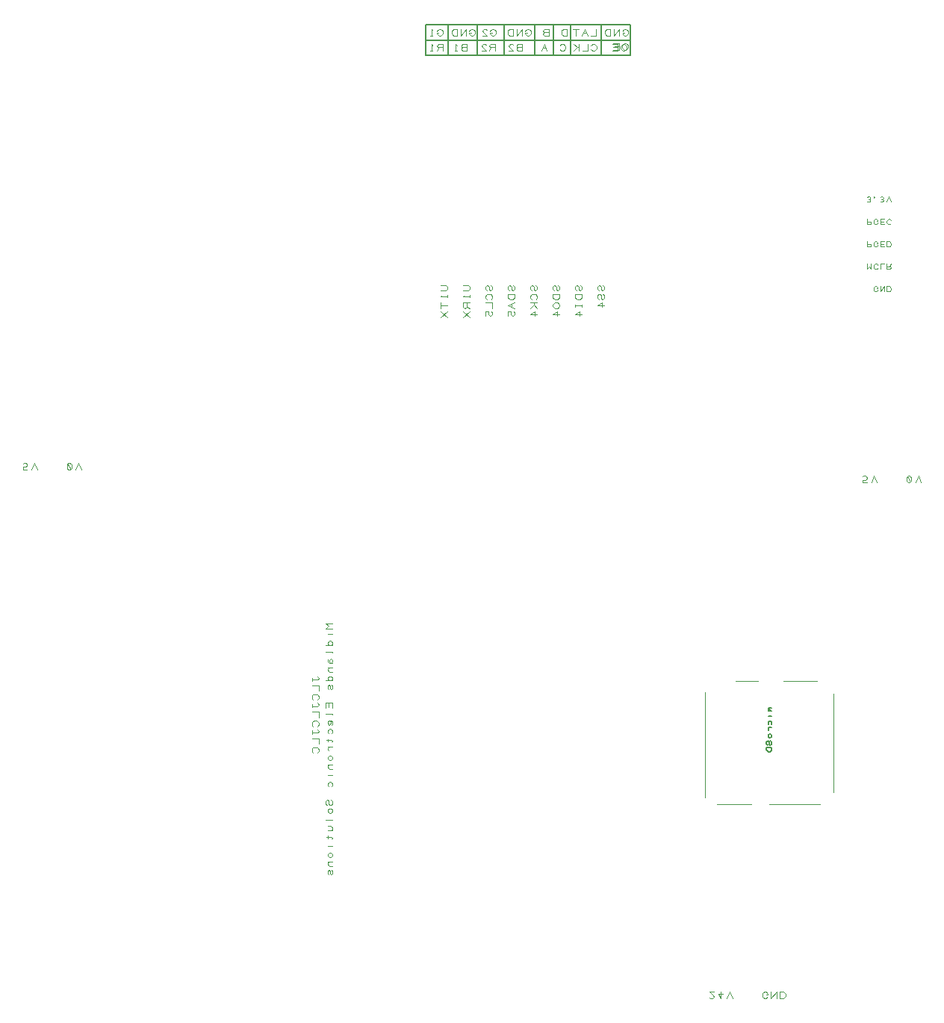
<source format=gbo>
G04 DesignSpark PCB Gerber Version 12.0 Build 5942*
%FSLAX35Y35*%
%MOMM*%
%ADD174C,0.07620*%
%ADD12C,0.10000*%
%ADD11C,0.12700*%
X0Y0D02*
D02*
D11*
X44723550Y50550860D02*
X44983550D01*
Y50380860D01*
X44723550D01*
Y50550860D01*
Y50720860D02*
X44983550D01*
Y50550860D01*
X44723550D01*
Y50720860D01*
X44983550Y50550860D02*
X45313550D01*
Y50380860D01*
X44983550D01*
Y50550860D01*
Y50720860D02*
X45313550D01*
Y50550860D01*
X44983550D01*
Y50720860D01*
X45313550Y50550860D02*
X45613550D01*
Y50380860D01*
X45313550D01*
Y50550860D01*
Y50720860D02*
X45613550D01*
Y50550860D01*
X45313550D01*
Y50720860D01*
X45613550Y50550860D02*
X45963550D01*
Y50380860D01*
X45613550D01*
Y50550860D01*
Y50720860D02*
X45963550D01*
Y50550860D01*
X45613550D01*
Y50720860D01*
X45963550Y50550860D02*
X46173550D01*
Y50380860D01*
X45963550D01*
Y50550860D01*
Y50720860D02*
X46173550D01*
Y50550860D01*
X45963550D01*
Y50720860D01*
X46173550Y50550860D02*
X46373550D01*
Y50380860D01*
X46173550D01*
Y50550860D01*
Y50720860D02*
X46373550D01*
Y50550860D01*
X46173550D01*
Y50720860D01*
X46373550Y50550860D02*
X46713550D01*
Y50380860D01*
X46373550D01*
Y50550860D01*
Y50720860D02*
X46713550D01*
Y50550860D01*
X46373550D01*
Y50720860D01*
X46713550Y50550860D02*
X47043550D01*
Y50380860D01*
X46713550D01*
Y50550860D01*
Y50720860D02*
X47043550D01*
Y50550860D01*
X46713550D01*
Y50720860D01*
X48648390Y42979160D02*
X48610890D01*
X48615570D02*
X48610890Y42974470D01*
Y42965100D01*
X48615570Y42960410D01*
X48629640D01*
X48615570D02*
X48610890Y42955720D01*
Y42946350D01*
X48615570Y42941660D01*
X48648390D01*
Y42885410D02*
X48610890D01*
X48596820D02*
X48615570Y42791660D02*
X48610890Y42801030D01*
Y42815100D01*
X48615570Y42824470D01*
X48624950Y42829160D01*
X48634320D01*
X48643700Y42824470D01*
X48648390Y42815100D01*
Y42801030D01*
X48643700Y42791660D01*
X48648390Y42754160D02*
X48610890D01*
X48624950D02*
X48615570Y42749470D01*
X48610890Y42740100D01*
Y42730720D01*
X48615570Y42721350D01*
X48634320Y42679160D02*
X48643700Y42674470D01*
X48648390Y42665100D01*
Y42655720D01*
X48643700Y42646350D01*
X48634320Y42641660D01*
X48624950D01*
X48615570Y42646350D01*
X48610890Y42655720D01*
Y42665100D01*
X48615570Y42674470D01*
X48624950Y42679160D01*
X48634320D01*
Y42604160D02*
X48643700Y42599470D01*
X48648390Y42590100D01*
Y42571350D01*
X48643700Y42561970D01*
X48634320Y42557280D01*
X48624950Y42561970D01*
X48620260Y42571350D01*
Y42590100D01*
X48615570Y42599470D01*
X48606200Y42604160D01*
X48596820Y42599470D01*
X48592140Y42590100D01*
Y42571350D01*
X48596820Y42561970D01*
X48606200Y42557280D01*
X48648390Y42529160D02*
X48592140D01*
Y42501030D01*
X48596820Y42491660D01*
X48601510Y42486970D01*
X48610890Y42482280D01*
X48629640D01*
X48639010Y42486970D01*
X48643700Y42491660D01*
X48648390Y42501030D01*
Y42529160D01*
D02*
D12*
X47891950Y41964560D02*
Y43154560D01*
X48031950Y41887760D02*
X48421950D01*
X48241950Y43280360D02*
X48491950Y43282060D01*
X48621950Y41887760D02*
X49196950Y41887060D01*
X48781950Y43282060D02*
X49161950D01*
X49096950Y41824560D02*
G75*
G02*
Y41834560I0J5000D01*
G01*
Y41824560D02*
G75*
G03*
Y41834560I0J5000D01*
G01*
X49351950Y43134560D02*
Y42024560D01*
D02*
D174*
X40159950Y45749160D02*
X40172450Y45755410D01*
X40191200D01*
X40203700Y45749160D01*
X40209950Y45736660D01*
Y45730410D01*
X40203700Y45717910D01*
X40191200Y45711660D01*
X40159950D01*
Y45680410D01*
X40209950D01*
X40259950D02*
X40291200Y45755410D01*
X40322450Y45680410D01*
X40666200Y45749160D02*
X40678700Y45755410D01*
X40691200D01*
X40703700Y45749160D01*
X40709950Y45736660D01*
Y45699160D01*
X40703700Y45686660D01*
X40691200Y45680410D01*
X40678700D01*
X40666200Y45686660D01*
X40659950Y45699160D01*
Y45736660D01*
X40666200Y45749160D01*
X40703700Y45686660D01*
X40759950Y45680410D02*
X40791200Y45755410D01*
X40822450Y45680410D01*
X43500000Y43332960D02*
X43506250Y43326710D01*
X43512500Y43314210D01*
X43506250Y43301710D01*
X43500000Y43295460D01*
X43437500D01*
Y43282960D01*
Y43295460D02*
Y43320460D01*
Y43232960D02*
X43512500D01*
Y43170460D01*
X43500000Y43070460D02*
X43506250Y43076710D01*
X43512500Y43089210D01*
Y43107960D01*
X43506250Y43120460D01*
X43500000Y43126710D01*
X43487500Y43132960D01*
X43462500D01*
X43450000Y43126710D01*
X43443750Y43120460D01*
X43437500Y43107960D01*
Y43089210D01*
X43443750Y43076710D01*
X43450000Y43070460D01*
X43500000Y43032960D02*
X43506250Y43026710D01*
X43512500Y43014210D01*
X43506250Y43001710D01*
X43500000Y42995460D01*
X43437500D01*
Y42982960D01*
Y42995460D02*
Y43020460D01*
Y42932960D02*
X43512500D01*
Y42870460D01*
X43500000Y42770460D02*
X43506250Y42776710D01*
X43512500Y42789210D01*
Y42807960D01*
X43506250Y42820460D01*
X43500000Y42826710D01*
X43487500Y42832960D01*
X43462500D01*
X43450000Y42826710D01*
X43443750Y42820460D01*
X43437500Y42807960D01*
Y42789210D01*
X43443750Y42776710D01*
X43450000Y42770460D01*
X43500000Y42732960D02*
X43506250Y42726710D01*
X43512500Y42714210D01*
X43506250Y42701710D01*
X43500000Y42695460D01*
X43437500D01*
Y42682960D01*
Y42695460D02*
Y42720460D01*
Y42632960D02*
X43512500D01*
Y42570460D01*
X43500000Y42470460D02*
X43506250Y42476710D01*
X43512500Y42489210D01*
Y42507960D01*
X43506250Y42520460D01*
X43500000Y42526710D01*
X43487500Y42532960D01*
X43462500D01*
X43450000Y42526710D01*
X43443750Y42520460D01*
X43437500Y42507960D01*
Y42489210D01*
X43443750Y42476710D01*
X43450000Y42470460D01*
X43667300Y43936960D02*
X43592300D01*
X43629800Y43905710D01*
X43592300Y43874460D01*
X43667300D01*
Y43811960D02*
X43617300D01*
X43598550D02*
X43636050Y43686960D02*
X43623550Y43693210D01*
X43617300Y43705710D01*
Y43718210D01*
X43623550Y43730710D01*
X43636050Y43736960D01*
X43648550D01*
X43661050Y43730710D01*
X43667300Y43718210D01*
Y43705710D01*
X43661050Y43693210D01*
X43648550Y43686960D01*
X43667300D02*
X43592300D01*
X43667300Y43605710D02*
Y43611960D01*
X43592300D01*
X43623550Y43536960D02*
X43617300Y43524460D01*
Y43505710D01*
X43623550Y43493210D01*
X43636050Y43486960D01*
X43654800D01*
X43661050Y43493210D01*
X43667300Y43505710D01*
Y43518210D01*
X43661050Y43530710D01*
X43654800Y43536960D01*
X43648550D01*
X43642300Y43530710D01*
X43636050Y43518210D01*
Y43505710D01*
X43642300Y43493210D01*
X43648550Y43486960D01*
X43654800D02*
X43667300D01*
Y43436960D02*
X43617300D01*
X43636050D02*
X43623550Y43430710D01*
X43617300Y43418210D01*
Y43405710D01*
X43623550Y43393210D01*
X43636050Y43386960D01*
X43667300D01*
X43636050Y43286960D02*
X43623550Y43293210D01*
X43617300Y43305710D01*
Y43318210D01*
X43623550Y43330710D01*
X43636050Y43336960D01*
X43648550D01*
X43661050Y43330710D01*
X43667300Y43318210D01*
Y43305710D01*
X43661050Y43293210D01*
X43648550Y43286960D01*
X43667300D02*
X43592300D01*
X43661050Y43236960D02*
X43667300Y43224460D01*
Y43199460D01*
X43661050Y43186960D01*
X43648550D01*
X43642300Y43199460D01*
Y43224460D01*
X43636050Y43236960D01*
X43623550D01*
X43617300Y43224460D01*
Y43199460D01*
X43623550Y43186960D01*
X43667300Y43036960D02*
X43592300D01*
Y42974460D01*
X43629800Y42986960D02*
Y43036960D01*
X43667300D02*
Y42974460D01*
Y42905710D02*
Y42911960D01*
X43592300D01*
X43661050Y42786960D02*
X43667300Y42793210D01*
Y42805710D01*
Y42818210D01*
X43661050Y42830710D01*
X43648550Y42836960D01*
X43629800D01*
X43623550Y42830710D01*
X43617300Y42818210D01*
Y42805710D01*
X43623550Y42793210D01*
X43629800Y42786960D01*
X43636050D01*
X43642300Y42793210D01*
X43648550Y42805710D01*
Y42818210D01*
X43642300Y42830710D01*
X43636050Y42836960D01*
X43623550Y42686960D02*
X43617300Y42699460D01*
Y42718210D01*
X43623550Y42730710D01*
X43636050Y42736960D01*
X43648550D01*
X43661050Y42730710D01*
X43667300Y42718210D01*
Y42699460D01*
X43661050Y42686960D01*
X43617300Y42626540D02*
Y42597380D01*
X43604800Y42611960D02*
X43661050D01*
X43667300Y42605710D01*
Y42599460D01*
X43661050Y42593210D01*
X43667300Y42536960D02*
X43617300D01*
X43636050D02*
X43623550Y42530710D01*
X43617300Y42518210D01*
Y42505710D01*
X43623550Y42493210D01*
X43648550Y42436960D02*
X43661050Y42430710D01*
X43667300Y42418210D01*
Y42405710D01*
X43661050Y42393210D01*
X43648550Y42386960D01*
X43636050D01*
X43623550Y42393210D01*
X43617300Y42405710D01*
Y42418210D01*
X43623550Y42430710D01*
X43636050Y42436960D01*
X43648550D01*
X43667300Y42336960D02*
X43617300D01*
X43636050D02*
X43623550Y42330710D01*
X43617300Y42318210D01*
Y42305710D01*
X43623550Y42293210D01*
X43636050Y42286960D01*
X43667300D01*
Y42211960D02*
X43617300D01*
X43598550D02*
X43623550Y42086960D02*
X43617300Y42099460D01*
Y42118210D01*
X43623550Y42130710D01*
X43636050Y42136960D01*
X43648550D01*
X43661050Y42130710D01*
X43667300Y42118210D01*
Y42099460D01*
X43661050Y42086960D01*
X43648550Y41936960D02*
X43661050Y41930710D01*
X43667300Y41918210D01*
Y41893210D01*
X43661050Y41880710D01*
X43648550Y41874460D01*
X43636050Y41880710D01*
X43629800Y41893210D01*
Y41918210D01*
X43623550Y41930710D01*
X43611050Y41936960D01*
X43598550Y41930710D01*
X43592300Y41918210D01*
Y41893210D01*
X43598550Y41880710D01*
X43611050Y41874460D01*
X43648550Y41836960D02*
X43661050Y41830710D01*
X43667300Y41818210D01*
Y41805710D01*
X43661050Y41793210D01*
X43648550Y41786960D01*
X43636050D01*
X43623550Y41793210D01*
X43617300Y41805710D01*
Y41818210D01*
X43623550Y41830710D01*
X43636050Y41836960D01*
X43648550D01*
X43667300Y41705710D02*
Y41711960D01*
X43592300D01*
X43617300Y41636960D02*
X43648550D01*
X43661050Y41630710D01*
X43667300Y41618210D01*
Y41605710D01*
X43661050Y41593210D01*
X43648550Y41586960D01*
X43617300D02*
X43667300D01*
X43617300Y41526540D02*
Y41497380D01*
X43604800Y41511960D02*
X43661050D01*
X43667300Y41505710D01*
Y41499460D01*
X43661050Y41493210D01*
X43667300Y41411960D02*
X43617300D01*
X43598550D02*
X43648550Y41336960D02*
X43661050Y41330710D01*
X43667300Y41318210D01*
Y41305710D01*
X43661050Y41293210D01*
X43648550Y41286960D01*
X43636050D01*
X43623550Y41293210D01*
X43617300Y41305710D01*
Y41318210D01*
X43623550Y41330710D01*
X43636050Y41336960D01*
X43648550D01*
X43667300Y41236960D02*
X43617300D01*
X43636050D02*
X43623550Y41230710D01*
X43617300Y41218210D01*
Y41205710D01*
X43623550Y41193210D01*
X43636050Y41186960D01*
X43667300D01*
X43661050Y41136960D02*
X43667300Y41124460D01*
Y41099460D01*
X43661050Y41086960D01*
X43648550D01*
X43642300Y41099460D01*
Y41124460D01*
X43636050Y41136960D01*
X43623550D01*
X43617300Y41124460D01*
Y41099460D01*
X43623550Y41086960D01*
X44874100Y50630860D02*
X44855350D01*
Y50624610D01*
X44861600Y50612110D01*
X44867850Y50605860D01*
X44880350Y50599610D01*
X44892850D01*
X44905350Y50605860D01*
X44911600Y50612110D01*
X44917850Y50624610D01*
Y50649610D01*
X44911600Y50662110D01*
X44905350Y50668360D01*
X44892850Y50674610D01*
X44880350D01*
X44867850Y50668360D01*
X44861600Y50662110D01*
X44855350Y50649610D01*
X44805350Y50599610D02*
X44780350D01*
X44792850D02*
Y50674610D01*
X44805350Y50662110D01*
X44919650Y50429310D02*
Y50504310D01*
X44875900D01*
X44863400Y50498060D01*
X44857150Y50485560D01*
X44863400Y50473060D01*
X44875900Y50466810D01*
X44919650D01*
X44875900D02*
X44857150Y50429310D01*
X44807150D02*
X44782150D01*
X44794650D02*
Y50504310D01*
X44807150Y50491810D01*
X44898700Y47771760D02*
X44954950D01*
X44967450Y47765510D01*
X44973700Y47753010D01*
Y47728010D01*
X44967450Y47715510D01*
X44954950Y47709260D01*
X44898700D01*
X44973700Y47659260D02*
Y47634260D01*
Y47646760D02*
X44898700D01*
X44911200Y47659260D01*
X44973700Y47540510D02*
X44898700D01*
Y47571760D02*
Y47509260D01*
X44973700Y47471760D02*
X44898700Y47409260D01*
Y47471760D02*
X44973700Y47409260D01*
X45149900Y50466810D02*
X45137400Y50460560D01*
X45131150Y50448060D01*
X45137400Y50435560D01*
X45149900Y50429310D01*
X45193650D01*
Y50504310D01*
X45149900D01*
X45137400Y50498060D01*
X45131150Y50485560D01*
X45137400Y50473060D01*
X45149900Y50466810D01*
X45193650D01*
X45081150Y50429310D02*
X45056150D01*
X45068650D02*
Y50504310D01*
X45081150Y50491810D01*
X45241200Y50630860D02*
X45222450D01*
Y50624610D01*
X45228700Y50612110D01*
X45234950Y50605860D01*
X45247450Y50599610D01*
X45259950D01*
X45272450Y50605860D01*
X45278700Y50612110D01*
X45284950Y50624610D01*
Y50649610D01*
X45278700Y50662110D01*
X45272450Y50668360D01*
X45259950Y50674610D01*
X45247450D01*
X45234950Y50668360D01*
X45228700Y50662110D01*
X45222450Y50649610D01*
X45184950Y50599610D02*
Y50674610D01*
X45122450Y50599610D01*
Y50674610D01*
X45084950Y50599610D02*
Y50674610D01*
X45047450D01*
X45034950Y50668360D01*
X45028700Y50662110D01*
X45022450Y50649610D01*
Y50624610D01*
X45028700Y50612110D01*
X45034950Y50605860D01*
X45047450Y50599610D01*
X45084950D01*
X45152700Y47771760D02*
X45208950D01*
X45221450Y47765510D01*
X45227700Y47753010D01*
Y47728010D01*
X45221450Y47715510D01*
X45208950Y47709260D01*
X45152700D01*
X45227700Y47659260D02*
Y47634260D01*
Y47646760D02*
X45152700D01*
X45165200Y47659260D01*
X45227700Y47571760D02*
X45152700D01*
Y47528010D01*
X45158950Y47515510D01*
X45171450Y47509260D01*
X45183950Y47515510D01*
X45190200Y47528010D01*
Y47571760D01*
Y47528010D02*
X45227700Y47509260D01*
Y47471760D02*
X45152700Y47409260D01*
Y47471760D02*
X45227700Y47409260D01*
X45510850Y50429310D02*
Y50504310D01*
X45467100D01*
X45454600Y50498060D01*
X45448350Y50485560D01*
X45454600Y50473060D01*
X45467100Y50466810D01*
X45510850D01*
X45467100D02*
X45448350Y50429310D01*
X45360850D02*
X45410850D01*
X45367100Y50473060D01*
X45360850Y50485560D01*
X45367100Y50498060D01*
X45379600Y50504310D01*
X45398350D01*
X45410850Y50498060D01*
X45477000Y50630860D02*
X45458250D01*
Y50624610D01*
X45464500Y50612110D01*
X45470750Y50605860D01*
X45483250Y50599610D01*
X45495750D01*
X45508250Y50605860D01*
X45514500Y50612110D01*
X45520750Y50624610D01*
Y50649610D01*
X45514500Y50662110D01*
X45508250Y50668360D01*
X45495750Y50674610D01*
X45483250D01*
X45470750Y50668360D01*
X45464500Y50662110D01*
X45458250Y50649610D01*
X45370750Y50599610D02*
X45420750D01*
X45377000Y50643360D01*
X45370750Y50655860D01*
X45377000Y50668360D01*
X45389500Y50674610D01*
X45408250D01*
X45420750Y50668360D01*
X45462950Y47771760D02*
X45475450Y47765510D01*
X45481700Y47753010D01*
Y47728010D01*
X45475450Y47715510D01*
X45462950Y47709260D01*
X45450450Y47715510D01*
X45444200Y47728010D01*
Y47753010D01*
X45437950Y47765510D01*
X45425450Y47771760D01*
X45412950Y47765510D01*
X45406700Y47753010D01*
Y47728010D01*
X45412950Y47715510D01*
X45425450Y47709260D01*
X45469200Y47609260D02*
X45475450Y47615510D01*
X45481700Y47628010D01*
Y47646760D01*
X45475450Y47659260D01*
X45469200Y47665510D01*
X45456700Y47671760D01*
X45431700D01*
X45419200Y47665510D01*
X45412950Y47659260D01*
X45406700Y47646760D01*
Y47628010D01*
X45412950Y47615510D01*
X45419200Y47609260D01*
X45406700Y47571760D02*
X45481700D01*
Y47509260D01*
X45475450Y47471760D02*
X45481700Y47459260D01*
Y47440510D01*
X45475450Y47428010D01*
X45462950Y47421760D01*
X45456700D01*
X45444200Y47428010D01*
X45437950Y47440510D01*
Y47471760D01*
X45406700D01*
Y47421760D01*
X45776400Y50466810D02*
X45763900Y50460560D01*
X45757650Y50448060D01*
X45763900Y50435560D01*
X45776400Y50429310D01*
X45820150D01*
Y50504310D01*
X45776400D01*
X45763900Y50498060D01*
X45757650Y50485560D01*
X45763900Y50473060D01*
X45776400Y50466810D01*
X45820150D01*
X45670150Y50429310D02*
X45720150D01*
X45676400Y50473060D01*
X45670150Y50485560D01*
X45676400Y50498060D01*
X45688900Y50504310D01*
X45707650D01*
X45720150Y50498060D01*
X45716950Y47771760D02*
X45729450Y47765510D01*
X45735700Y47753010D01*
Y47728010D01*
X45729450Y47715510D01*
X45716950Y47709260D01*
X45704450Y47715510D01*
X45698200Y47728010D01*
Y47753010D01*
X45691950Y47765510D01*
X45679450Y47771760D01*
X45666950Y47765510D01*
X45660700Y47753010D01*
Y47728010D01*
X45666950Y47715510D01*
X45679450Y47709260D01*
X45735700Y47671760D02*
X45660700D01*
Y47634260D01*
X45666950Y47621760D01*
X45673200Y47615510D01*
X45685700Y47609260D01*
X45710700D01*
X45723200Y47615510D01*
X45729450Y47621760D01*
X45735700Y47634260D01*
Y47671760D01*
Y47571760D02*
X45660700Y47540510D01*
X45735700Y47509260D01*
X45704450Y47559260D02*
Y47521760D01*
X45729450Y47471760D02*
X45735700Y47459260D01*
Y47440510D01*
X45729450Y47428010D01*
X45716950Y47421760D01*
X45710700D01*
X45698200Y47428010D01*
X45691950Y47440510D01*
Y47471760D01*
X45660700D01*
Y47421760D01*
X45875300Y50630860D02*
X45856550D01*
Y50624610D01*
X45862800Y50612110D01*
X45869050Y50605860D01*
X45881550Y50599610D01*
X45894050D01*
X45906550Y50605860D01*
X45912800Y50612110D01*
X45919050Y50624610D01*
Y50649610D01*
X45912800Y50662110D01*
X45906550Y50668360D01*
X45894050Y50674610D01*
X45881550D01*
X45869050Y50668360D01*
X45862800Y50662110D01*
X45856550Y50649610D01*
X45819050Y50599610D02*
Y50674610D01*
X45756550Y50599610D01*
Y50674610D01*
X45719050Y50599610D02*
Y50674610D01*
X45681550D01*
X45669050Y50668360D01*
X45662800Y50662110D01*
X45656550Y50649610D01*
Y50624610D01*
X45662800Y50612110D01*
X45669050Y50605860D01*
X45681550Y50599610D01*
X45719050D01*
X45970950Y47771760D02*
X45983450Y47765510D01*
X45989700Y47753010D01*
Y47728010D01*
X45983450Y47715510D01*
X45970950Y47709260D01*
X45958450Y47715510D01*
X45952200Y47728010D01*
Y47753010D01*
X45945950Y47765510D01*
X45933450Y47771760D01*
X45920950Y47765510D01*
X45914700Y47753010D01*
Y47728010D01*
X45920950Y47715510D01*
X45933450Y47709260D01*
X45977200Y47609260D02*
X45983450Y47615510D01*
X45989700Y47628010D01*
Y47646760D01*
X45983450Y47659260D01*
X45977200Y47665510D01*
X45964700Y47671760D01*
X45939700D01*
X45927200Y47665510D01*
X45920950Y47659260D01*
X45914700Y47646760D01*
Y47628010D01*
X45920950Y47615510D01*
X45927200Y47609260D01*
X45989700Y47571760D02*
X45914700D01*
X45952200D02*
Y47553010D01*
X45914700Y47509260D01*
X45952200Y47553010D02*
X45989700Y47509260D01*
Y47440510D02*
X45914700D01*
X45964700Y47471760D01*
Y47421760D01*
X46102850Y50429310D02*
X46071600Y50504310D01*
X46040350Y50429310D01*
X46090350Y50460560D02*
X46052850D01*
X46076900Y50637110D02*
X46064400Y50630860D01*
X46058150Y50618360D01*
X46064400Y50605860D01*
X46076900Y50599610D01*
X46120650D01*
Y50674610D01*
X46076900D01*
X46064400Y50668360D01*
X46058150Y50655860D01*
X46064400Y50643360D01*
X46076900Y50637110D01*
X46120650D01*
X46247950Y50441810D02*
X46254200Y50435560D01*
X46266700Y50429310D01*
X46285450D01*
X46297950Y50435560D01*
X46304200Y50441810D01*
X46310450Y50454310D01*
Y50479310D01*
X46304200Y50491810D01*
X46297950Y50498060D01*
X46285450Y50504310D01*
X46266700D01*
X46254200Y50498060D01*
X46247950Y50491810D01*
X46224950Y47771760D02*
X46237450Y47765510D01*
X46243700Y47753010D01*
Y47728010D01*
X46237450Y47715510D01*
X46224950Y47709260D01*
X46212450Y47715510D01*
X46206200Y47728010D01*
Y47753010D01*
X46199950Y47765510D01*
X46187450Y47771760D01*
X46174950Y47765510D01*
X46168700Y47753010D01*
Y47728010D01*
X46174950Y47715510D01*
X46187450Y47709260D01*
X46243700Y47671760D02*
X46168700D01*
Y47634260D01*
X46174950Y47621760D01*
X46181200Y47615510D01*
X46193700Y47609260D01*
X46218700D01*
X46231200Y47615510D01*
X46237450Y47621760D01*
X46243700Y47634260D01*
Y47671760D01*
X46218700Y47571760D02*
X46193700D01*
X46181200Y47565510D01*
X46174950Y47559260D01*
X46168700Y47546760D01*
Y47534260D01*
X46174950Y47521760D01*
X46181200Y47515510D01*
X46193700Y47509260D01*
X46218700D01*
X46231200Y47515510D01*
X46237450Y47521760D01*
X46243700Y47534260D01*
Y47546760D01*
X46237450Y47559260D01*
X46231200Y47565510D01*
X46218700Y47571760D01*
X46243700Y47440510D02*
X46168700D01*
X46218700Y47471760D01*
Y47421760D01*
X46328250Y50599610D02*
Y50674610D01*
X46290750D01*
X46278250Y50668360D01*
X46272000Y50662110D01*
X46265750Y50649610D01*
Y50624610D01*
X46272000Y50612110D01*
X46278250Y50605860D01*
X46290750Y50599610D01*
X46328250D01*
X46661150Y50674610D02*
Y50599610D01*
X46598650D01*
X46561150D02*
X46529900Y50674610D01*
X46498650Y50599610D01*
X46548650Y50630860D02*
X46511150D01*
X46429900Y50599610D02*
Y50674610D01*
X46461150D02*
X46398650D01*
X46602450Y50441810D02*
X46608700Y50435560D01*
X46621200Y50429310D01*
X46639950D01*
X46652450Y50435560D01*
X46658700Y50441810D01*
X46664950Y50454310D01*
Y50479310D01*
X46658700Y50491810D01*
X46652450Y50498060D01*
X46639950Y50504310D01*
X46621200D01*
X46608700Y50498060D01*
X46602450Y50491810D01*
X46564950Y50504310D02*
Y50429310D01*
X46502450D01*
X46464950D02*
Y50504310D01*
Y50466810D02*
X46446200D01*
X46402450Y50504310D01*
X46446200Y50466810D02*
X46402450Y50429310D01*
X46478950Y47771760D02*
X46491450Y47765510D01*
X46497700Y47753010D01*
Y47728010D01*
X46491450Y47715510D01*
X46478950Y47709260D01*
X46466450Y47715510D01*
X46460200Y47728010D01*
Y47753010D01*
X46453950Y47765510D01*
X46441450Y47771760D01*
X46428950Y47765510D01*
X46422700Y47753010D01*
Y47728010D01*
X46428950Y47715510D01*
X46441450Y47709260D01*
X46497700Y47671760D02*
X46422700D01*
Y47634260D01*
X46428950Y47621760D01*
X46435200Y47615510D01*
X46447700Y47609260D01*
X46472700D01*
X46485200Y47615510D01*
X46491450Y47621760D01*
X46497700Y47634260D01*
Y47671760D01*
Y47553010D02*
Y47528010D01*
Y47540510D02*
X46422700D01*
Y47553010D02*
Y47528010D01*
X46497700Y47440510D02*
X46422700D01*
X46472700Y47471760D01*
Y47421760D01*
X46732950Y47771760D02*
X46745450Y47765510D01*
X46751700Y47753010D01*
Y47728010D01*
X46745450Y47715510D01*
X46732950Y47709260D01*
X46720450Y47715510D01*
X46714200Y47728010D01*
Y47753010D01*
X46707950Y47765510D01*
X46695450Y47771760D01*
X46682950Y47765510D01*
X46676700Y47753010D01*
Y47728010D01*
X46682950Y47715510D01*
X46695450Y47709260D01*
X46732950Y47671760D02*
X46745450Y47665510D01*
X46751700Y47653010D01*
Y47628010D01*
X46745450Y47615510D01*
X46732950Y47609260D01*
X46720450Y47615510D01*
X46714200Y47628010D01*
Y47653010D01*
X46707950Y47665510D01*
X46695450Y47671760D01*
X46682950Y47665510D01*
X46676700Y47653010D01*
Y47628010D01*
X46682950Y47615510D01*
X46695450Y47609260D01*
X46751700Y47540510D02*
X46676700D01*
X46726700Y47571760D01*
Y47521760D01*
X46977400Y50630860D02*
X46958650D01*
Y50624610D01*
X46964900Y50612110D01*
X46971150Y50605860D01*
X46983650Y50599610D01*
X46996150D01*
X47008650Y50605860D01*
X47014900Y50612110D01*
X47021150Y50624610D01*
Y50649610D01*
X47014900Y50662110D01*
X47008650Y50668360D01*
X46996150Y50674610D01*
X46983650D01*
X46971150Y50668360D01*
X46964900Y50662110D01*
X46958650Y50649610D01*
X46921150Y50599610D02*
Y50674610D01*
X46858650Y50599610D01*
Y50674610D01*
X46821150Y50599610D02*
Y50674610D01*
X46783650D01*
X46771150Y50668360D01*
X46764900Y50662110D01*
X46758650Y50649610D01*
Y50624610D01*
X46764900Y50612110D01*
X46771150Y50605860D01*
X46783650Y50599610D01*
X46821150D01*
X47002550Y50454310D02*
Y50479310D01*
X46996300Y50491810D01*
X46990050Y50498060D01*
X46977550Y50504310D01*
X46965050D01*
X46952550Y50498060D01*
X46946300Y50491810D01*
X46940050Y50479310D01*
Y50454310D01*
X46946300Y50441810D01*
X46952550Y50435560D01*
X46965050Y50429310D01*
X46977550D01*
X46990050Y50435560D01*
X46996300Y50441810D01*
X47002550Y50454310D01*
X46902550Y50429310D02*
Y50504310D01*
X46840050D01*
X46852550Y50466810D02*
X46902550D01*
Y50429310D02*
X46840050D01*
X47018150Y50464210D02*
Y50489210D01*
X47011900Y50501710D01*
X47005650Y50507960D01*
X46993150Y50514210D01*
X46980650D01*
X46968150Y50507960D01*
X46961900Y50501710D01*
X46955650Y50489210D01*
Y50464210D01*
X46961900Y50451710D01*
X46968150Y50445460D01*
X46980650Y50439210D01*
X46993150D01*
X47005650Y50445460D01*
X47011900Y50451710D01*
X47018150Y50464210D01*
X46918150Y50439210D02*
Y50514210D01*
X46855650D01*
X46868150Y50476710D02*
X46918150D01*
Y50439210D02*
X46855650D01*
X47993150Y39760010D02*
X47943150D01*
X47986900Y39716260D01*
X47993150Y39703760D01*
X47986900Y39691260D01*
X47974400Y39685010D01*
X47955650D01*
X47943150Y39691260D01*
X48074400Y39760010D02*
Y39685010D01*
X48043150Y39735010D01*
X48093150D01*
X48143150Y39685010D02*
X48174400Y39760010D01*
X48205650Y39685010D01*
X48586900Y39728760D02*
X48605650D01*
Y39735010D01*
X48599400Y39747510D01*
X48593150Y39753760D01*
X48580650Y39760010D01*
X48568150D01*
X48555650Y39753760D01*
X48549400Y39747510D01*
X48543150Y39735010D01*
Y39710010D01*
X48549400Y39697510D01*
X48555650Y39691260D01*
X48568150Y39685010D01*
X48580650D01*
X48593150Y39691260D01*
X48599400Y39697510D01*
X48605650Y39710010D01*
X48643150Y39760010D02*
Y39685010D01*
X48705650Y39760010D01*
Y39685010D01*
X48743150Y39760010D02*
Y39685010D01*
X48780650D01*
X48793150Y39691260D01*
X48799400Y39697510D01*
X48805650Y39710010D01*
Y39735010D01*
X48799400Y39747510D01*
X48793150Y39753760D01*
X48780650Y39760010D01*
X48743150D01*
X49679950Y45601660D02*
X49692450Y45607910D01*
X49711200D01*
X49723700Y45601660D01*
X49729950Y45589160D01*
Y45582910D01*
X49723700Y45570410D01*
X49711200Y45564160D01*
X49679950D01*
Y45532910D01*
X49729950D01*
X49779950D02*
X49811200Y45607910D01*
X49842450Y45532910D01*
X50186200Y45601660D02*
X50198700Y45607910D01*
X50211200D01*
X50223700Y45601660D01*
X50229950Y45589160D01*
Y45551660D01*
X50223700Y45539160D01*
X50211200Y45532910D01*
X50198700D01*
X50186200Y45539160D01*
X50179950Y45551660D01*
Y45589160D01*
X50186200Y45601660D01*
X50223700Y45539160D01*
X50279950Y45532910D02*
X50311200Y45607910D01*
X50342450Y45532910D01*
X49729950Y48011700D02*
Y47955450D01*
X49753390Y47983570D01*
X49776830Y47955450D01*
Y48011700D01*
X49851830Y48002320D02*
X49847140Y48007010D01*
X49837760Y48011700D01*
X49823700D01*
X49814330Y48007010D01*
X49809640Y48002320D01*
X49804950Y47992950D01*
Y47974200D01*
X49809640Y47964820D01*
X49814330Y47960130D01*
X49823700Y47955450D01*
X49837760D01*
X49847140Y47960130D01*
X49851830Y47964820D01*
X49879950Y47955450D02*
Y48011700D01*
X49926830D01*
X49954950D02*
Y47955450D01*
X49987760D01*
X49997140Y47960130D01*
X50001830Y47969510D01*
X49997140Y47978880D01*
X49987760Y47983570D01*
X49954950D01*
X49987760D02*
X50001830Y48011700D01*
X49729950Y48265700D02*
Y48209450D01*
X49762760D01*
X49772140Y48214130D01*
X49776830Y48223510D01*
X49772140Y48232880D01*
X49762760Y48237570D01*
X49729950D01*
X49837760Y48242260D02*
X49851830D01*
Y48246950D01*
X49847140Y48256320D01*
X49842450Y48261010D01*
X49833080Y48265700D01*
X49823700D01*
X49814330Y48261010D01*
X49809640Y48256320D01*
X49804950Y48246950D01*
Y48228200D01*
X49809640Y48218820D01*
X49814330Y48214130D01*
X49823700Y48209450D01*
X49833080D01*
X49842450Y48214130D01*
X49847140Y48218820D01*
X49851830Y48228200D01*
X49879950Y48265700D02*
Y48209450D01*
X49926830D01*
X49917450Y48237570D02*
X49879950D01*
Y48265700D02*
X49926830D01*
X49954950D02*
Y48209450D01*
X49983080D01*
X49992450Y48214130D01*
X49997140Y48218820D01*
X50001830Y48228200D01*
Y48246950D01*
X49997140Y48256320D01*
X49992450Y48261010D01*
X49983080Y48265700D01*
X49954950D01*
X49729950Y48519700D02*
Y48463450D01*
X49762760D01*
X49772140Y48468130D01*
X49776830Y48477510D01*
X49772140Y48486880D01*
X49762760Y48491570D01*
X49729950D01*
X49837760Y48496260D02*
X49851830D01*
Y48500950D01*
X49847140Y48510320D01*
X49842450Y48515010D01*
X49833080Y48519700D01*
X49823700D01*
X49814330Y48515010D01*
X49809640Y48510320D01*
X49804950Y48500950D01*
Y48482200D01*
X49809640Y48472820D01*
X49814330Y48468130D01*
X49823700Y48463450D01*
X49833080D01*
X49842450Y48468130D01*
X49847140Y48472820D01*
X49851830Y48482200D01*
X49879950Y48519700D02*
Y48463450D01*
X49926830D01*
X49917450Y48491570D02*
X49879950D01*
Y48519700D02*
X49926830D01*
X50001830Y48510320D02*
X49997140Y48515010D01*
X49987760Y48519700D01*
X49973700D01*
X49964330Y48515010D01*
X49959640Y48510320D01*
X49954950Y48500950D01*
Y48482200D01*
X49959640Y48472820D01*
X49964330Y48468130D01*
X49973700Y48463450D01*
X49987760D01*
X49997140Y48468130D01*
X50001830Y48472820D01*
X49734640Y48769010D02*
X49744010Y48773700D01*
X49753390D01*
X49762760Y48769010D01*
X49767450Y48759630D01*
X49762760Y48750260D01*
X49753390Y48745570D01*
X49744010D01*
X49753390D02*
X49762760Y48740880D01*
X49767450Y48731510D01*
X49762760Y48722130D01*
X49753390Y48717450D01*
X49744010D01*
X49734640Y48722130D01*
X49809640Y48773700D02*
X49814330Y48769010D01*
X49809640Y48764320D01*
X49804950Y48769010D01*
X49809640Y48773700D01*
X49884640Y48769010D02*
X49894010Y48773700D01*
X49903390D01*
X49912760Y48769010D01*
X49917450Y48759630D01*
X49912760Y48750260D01*
X49903390Y48745570D01*
X49894010D01*
X49903390D02*
X49912760Y48740880D01*
X49917450Y48731510D01*
X49912760Y48722130D01*
X49903390Y48717450D01*
X49894010D01*
X49884640Y48722130D01*
X49954950Y48717450D02*
X49978390Y48773700D01*
X50001830Y48717450D01*
X49837760Y47734260D02*
X49851830D01*
Y47738950D01*
X49847140Y47748320D01*
X49842450Y47753010D01*
X49833080Y47757700D01*
X49823700D01*
X49814330Y47753010D01*
X49809640Y47748320D01*
X49804950Y47738950D01*
Y47720200D01*
X49809640Y47710820D01*
X49814330Y47706130D01*
X49823700Y47701450D01*
X49833080D01*
X49842450Y47706130D01*
X49847140Y47710820D01*
X49851830Y47720200D01*
X49879950Y47757700D02*
Y47701450D01*
X49926830Y47757700D01*
Y47701450D01*
X49954950Y47757700D02*
Y47701450D01*
X49983080D01*
X49992450Y47706130D01*
X49997140Y47710820D01*
X50001830Y47720200D01*
Y47738950D01*
X49997140Y47748320D01*
X49992450Y47753010D01*
X49983080Y47757700D01*
X49954950D01*
X0Y0D02*
M02*

</source>
